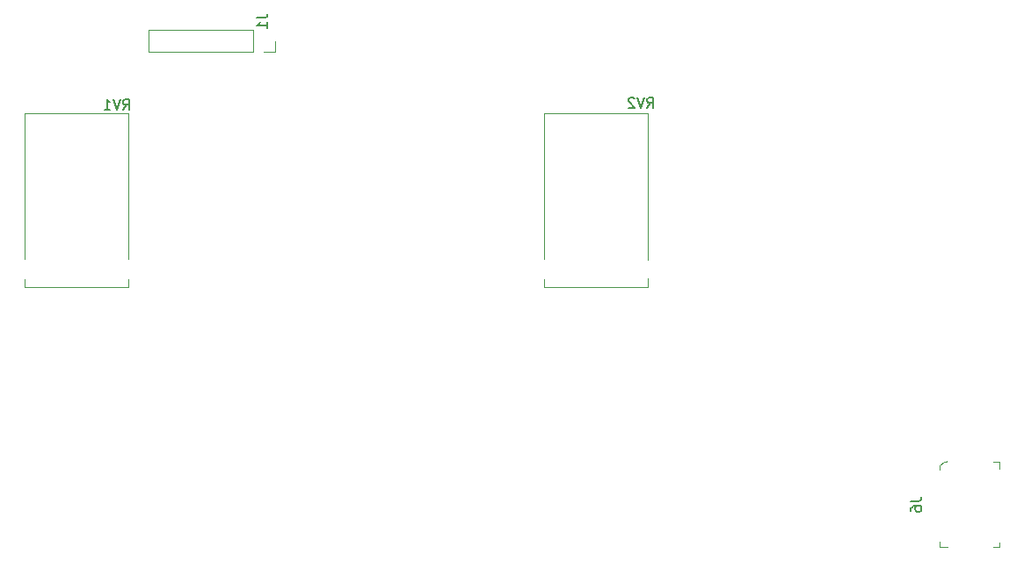
<source format=gbo>
%TF.GenerationSoftware,KiCad,Pcbnew,(5.1.12)-1*%
%TF.CreationDate,2021-12-26T09:43:42-08:00*%
%TF.ProjectId,PhobGCC,50686f62-4743-4432-9e6b-696361645f70,rev?*%
%TF.SameCoordinates,Original*%
%TF.FileFunction,Legend,Bot*%
%TF.FilePolarity,Positive*%
%FSLAX46Y46*%
G04 Gerber Fmt 4.6, Leading zero omitted, Abs format (unit mm)*
G04 Created by KiCad (PCBNEW (5.1.12)-1) date 2021-12-26 09:43:42*
%MOMM*%
%LPD*%
G01*
G04 APERTURE LIST*
%ADD10C,0.120000*%
%ADD11C,0.100000*%
%ADD12C,0.150000*%
%ADD13O,1.400000X1.400000*%
%ADD14R,1.400000X1.400000*%
%ADD15C,2.000000*%
%ADD16C,1.498000*%
%ADD17O,1.600000X2.500000*%
%ADD18C,1.400000*%
%ADD19C,1.600000*%
%ADD20R,1.600000X1.600000*%
%ADD21C,2.200000*%
%ADD22C,2.400000*%
%ADD23C,1.800000*%
%ADD24O,2.800000X2.200000*%
%ADD25C,5.200000*%
%ADD26O,1.550000X1.000000*%
%ADD27O,0.950000X1.250000*%
%ADD28R,1.350000X0.400000*%
%ADD29R,1.700000X1.700000*%
%ADD30O,1.700000X1.700000*%
%ADD31R,1.350000X1.350000*%
%ADD32O,1.350000X1.350000*%
G04 APERTURE END LIST*
D10*
X94540000Y-53960000D02*
X94540000Y-51840000D01*
X104600000Y-53960000D02*
X94540000Y-53960000D01*
X104600000Y-51840000D02*
X94540000Y-51840000D01*
X104600000Y-53960000D02*
X104600000Y-51840000D01*
X105600000Y-53960000D02*
X106660000Y-53960000D01*
X106660000Y-53960000D02*
X106660000Y-52900000D01*
D11*
X92600000Y-59900000D02*
X82600000Y-59900000D01*
X82600000Y-59900000D02*
X82600000Y-76650000D01*
X92600000Y-59900000D02*
X92600000Y-76650000D01*
X92600000Y-76650000D02*
X82600000Y-76650000D01*
X175900000Y-93500000D02*
X176450000Y-93500000D01*
X176450000Y-93500000D02*
X176450000Y-94150000D01*
X175850000Y-101700000D02*
X176450000Y-101700000D01*
X176450000Y-101700000D02*
X176450000Y-101300000D01*
X170750000Y-101200000D02*
X170750000Y-101700000D01*
X170750000Y-101700000D02*
X171450000Y-101700000D01*
X170750000Y-94250000D02*
X170750000Y-93800000D01*
X170750000Y-93800000D02*
X171100000Y-93500000D01*
X171100000Y-93500000D02*
X171400000Y-93500000D01*
X171400000Y-93500000D02*
X171400000Y-93350000D01*
X142600000Y-59900000D02*
X132600000Y-59900000D01*
X132600000Y-59900000D02*
X132600000Y-76650000D01*
X142600000Y-59900000D02*
X142600000Y-76650000D01*
X142600000Y-76650000D02*
X132600000Y-76650000D01*
D12*
X104952380Y-50666666D02*
X105666666Y-50666666D01*
X105809523Y-50619047D01*
X105904761Y-50523809D01*
X105952380Y-50380952D01*
X105952380Y-50285714D01*
X105952380Y-51666666D02*
X105952380Y-51095238D01*
X105952380Y-51380952D02*
X104952380Y-51380952D01*
X105095238Y-51285714D01*
X105190476Y-51190476D01*
X105238095Y-51095238D01*
X92045238Y-59502380D02*
X92378571Y-59026190D01*
X92616666Y-59502380D02*
X92616666Y-58502380D01*
X92235714Y-58502380D01*
X92140476Y-58550000D01*
X92092857Y-58597619D01*
X92045238Y-58692857D01*
X92045238Y-58835714D01*
X92092857Y-58930952D01*
X92140476Y-58978571D01*
X92235714Y-59026190D01*
X92616666Y-59026190D01*
X91759523Y-58502380D02*
X91426190Y-59502380D01*
X91092857Y-58502380D01*
X90235714Y-59502380D02*
X90807142Y-59502380D01*
X90521428Y-59502380D02*
X90521428Y-58502380D01*
X90616666Y-58645238D01*
X90711904Y-58740476D01*
X90807142Y-58788095D01*
X167952380Y-97266666D02*
X168666666Y-97266666D01*
X168809523Y-97219047D01*
X168904761Y-97123809D01*
X168952380Y-96980952D01*
X168952380Y-96885714D01*
X167952380Y-98171428D02*
X167952380Y-97980952D01*
X168000000Y-97885714D01*
X168047619Y-97838095D01*
X168190476Y-97742857D01*
X168380952Y-97695238D01*
X168761904Y-97695238D01*
X168857142Y-97742857D01*
X168904761Y-97790476D01*
X168952380Y-97885714D01*
X168952380Y-98076190D01*
X168904761Y-98171428D01*
X168857142Y-98219047D01*
X168761904Y-98266666D01*
X168523809Y-98266666D01*
X168428571Y-98219047D01*
X168380952Y-98171428D01*
X168333333Y-98076190D01*
X168333333Y-97885714D01*
X168380952Y-97790476D01*
X168428571Y-97742857D01*
X168523809Y-97695238D01*
X142545238Y-59352380D02*
X142878571Y-58876190D01*
X143116666Y-59352380D02*
X143116666Y-58352380D01*
X142735714Y-58352380D01*
X142640476Y-58400000D01*
X142592857Y-58447619D01*
X142545238Y-58542857D01*
X142545238Y-58685714D01*
X142592857Y-58780952D01*
X142640476Y-58828571D01*
X142735714Y-58876190D01*
X143116666Y-58876190D01*
X142259523Y-58352380D02*
X141926190Y-59352380D01*
X141592857Y-58352380D01*
X141307142Y-58447619D02*
X141259523Y-58400000D01*
X141164285Y-58352380D01*
X140926190Y-58352380D01*
X140830952Y-58400000D01*
X140783333Y-58447619D01*
X140735714Y-58542857D01*
X140735714Y-58638095D01*
X140783333Y-58780952D01*
X141354761Y-59352380D01*
X140735714Y-59352380D01*
%LPC*%
D13*
X95600000Y-52900000D03*
X97600000Y-52900000D03*
X99600000Y-52900000D03*
X101600000Y-52900000D03*
X103600000Y-52900000D03*
D14*
X105600000Y-52900000D03*
D15*
X167258846Y-63067949D03*
X160244040Y-59017949D03*
D16*
X160802886Y-61650000D03*
X164700000Y-63900000D03*
D17*
X91950000Y-74900000D03*
X83250000Y-74900000D03*
D18*
X85200000Y-63400000D03*
X87600000Y-63400000D03*
X90000000Y-63400000D03*
D19*
X127850000Y-65670000D03*
X127850000Y-63540000D03*
D20*
X129120000Y-56150000D03*
D19*
X126580000Y-56150000D03*
X124040000Y-56150000D03*
X121500000Y-56150000D03*
X118960000Y-56150000D03*
X116420000Y-56150000D03*
X113880000Y-56150000D03*
X111340000Y-56150000D03*
X108800000Y-56150000D03*
X106260000Y-56150000D03*
X103720000Y-56150000D03*
X101180000Y-56150000D03*
X98640000Y-56150000D03*
X129120000Y-71390000D03*
X126580000Y-71390000D03*
X124040000Y-71390000D03*
X121500000Y-71390000D03*
X118960000Y-71390000D03*
X116420000Y-71390000D03*
X113880000Y-71390000D03*
X111340000Y-71390000D03*
X108800000Y-71390000D03*
X106260000Y-71390000D03*
X103720000Y-71390000D03*
X101180000Y-71390000D03*
X98640000Y-71390000D03*
X96100000Y-56150000D03*
X96100000Y-61230000D03*
X96100000Y-71390000D03*
X96100000Y-63770000D03*
D21*
X82183378Y-89183378D03*
X60616622Y-67616621D03*
D22*
X159600000Y-68400000D03*
D23*
X119200000Y-78400000D03*
X106000000Y-78400000D03*
D15*
X167600000Y-87900000D03*
X57600000Y-87900000D03*
D24*
X172400000Y-103400000D03*
D25*
X75600000Y-98400000D03*
D11*
G36*
X70271199Y-68124809D02*
G01*
X70313068Y-67325906D01*
X71111971Y-67367775D01*
X71070102Y-68166678D01*
X70271199Y-68124809D01*
G37*
G36*
X71539458Y-68191276D02*
G01*
X71581327Y-67392373D01*
X72380230Y-67434242D01*
X72338361Y-68233145D01*
X71539458Y-68191276D01*
G37*
G36*
X72807718Y-68257743D02*
G01*
X72849587Y-67458840D01*
X73648490Y-67500709D01*
X73606621Y-68299612D01*
X72807718Y-68257743D01*
G37*
D19*
X80723315Y-76383149D03*
X80592475Y-78879723D03*
X80461635Y-81376297D03*
G36*
G01*
X77616459Y-73566689D02*
X77668795Y-72568059D01*
G75*
G02*
X78509568Y-71811024I798904J-41869D01*
G01*
X78509568Y-71811024D01*
G75*
G02*
X79266603Y-72651797I-41869J-798904D01*
G01*
X79214267Y-73650427D01*
G75*
G02*
X78373494Y-74407462I-798904J41869D01*
G01*
X78373494Y-74407462D01*
G75*
G02*
X77616459Y-73566689I41869J798904D01*
G01*
G37*
G36*
G01*
X77162273Y-85699326D02*
X76024951Y-85316574D01*
G75*
G02*
X75144618Y-83543155I446543J1326876D01*
G01*
X75144618Y-83543155D01*
G75*
G02*
X76918037Y-82662822I1326876J-446543D01*
G01*
X78055359Y-83045574D01*
G75*
G02*
X78935692Y-84818993I-446543J-1326876D01*
G01*
X78935692Y-84818993D01*
G75*
G02*
X77162273Y-85699326I-1326876J446543D01*
G01*
G37*
G36*
G01*
X63543563Y-84144667D02*
X63595899Y-83146037D01*
G75*
G02*
X64436672Y-82389002I798904J-41869D01*
G01*
X64436672Y-82389002D01*
G75*
G02*
X65193707Y-83229775I-41869J-798904D01*
G01*
X65141371Y-84228405D01*
G75*
G02*
X64300598Y-84985440I-798904J41869D01*
G01*
X64300598Y-84985440D01*
G75*
G02*
X63543563Y-84144667I41869J798904D01*
G01*
G37*
G36*
G01*
X65892129Y-74133642D02*
X64754807Y-73750890D01*
G75*
G02*
X63874474Y-71977471I446543J1326876D01*
G01*
X63874474Y-71977471D01*
G75*
G02*
X65647893Y-71097138I1326876J-446543D01*
G01*
X66785215Y-71479890D01*
G75*
G02*
X67665548Y-73253309I-446543J-1326876D01*
G01*
X67665548Y-73253309D01*
G75*
G02*
X65892129Y-74133642I-1326876J446543D01*
G01*
G37*
X73420166Y-87716464D03*
X70923592Y-87585624D03*
X68427018Y-87454784D03*
D11*
G36*
X60332757Y-79490247D02*
G01*
X60374626Y-78691344D01*
X61173529Y-78733213D01*
X61131660Y-79532116D01*
X60332757Y-79490247D01*
G37*
G36*
X60399224Y-78221988D02*
G01*
X60441093Y-77423085D01*
X61239996Y-77464954D01*
X61198127Y-78263857D01*
X60399224Y-78221988D01*
G37*
G36*
X60465691Y-76953728D02*
G01*
X60507560Y-76154825D01*
X61306463Y-76196694D01*
X61264594Y-76995597D01*
X60465691Y-76953728D01*
G37*
D15*
X71261159Y-81144463D03*
X71549007Y-75652001D03*
D19*
X71131628Y-83616071D03*
X71678538Y-73180393D03*
D26*
X173700000Y-101100000D03*
X173700000Y-94100000D03*
D27*
X171000000Y-95100000D03*
X171000000Y-100100000D03*
D28*
X171000000Y-96300000D03*
X171000000Y-96950000D03*
X171000000Y-98900000D03*
X171000000Y-98250000D03*
X171000000Y-97600000D03*
D17*
X141950000Y-74900000D03*
X133250000Y-74900000D03*
D18*
X135200000Y-63400000D03*
X137600000Y-63400000D03*
X140000000Y-63400000D03*
D29*
X110500000Y-53000000D03*
X119500000Y-52500000D03*
X165400000Y-92400000D03*
D30*
X167940000Y-92400000D03*
D29*
X54050000Y-89800000D03*
D30*
X54050000Y-92340000D03*
D31*
X169100000Y-105900000D03*
D32*
X167100000Y-105900000D03*
X165100000Y-105900000D03*
X163100000Y-105900000D03*
M02*

</source>
